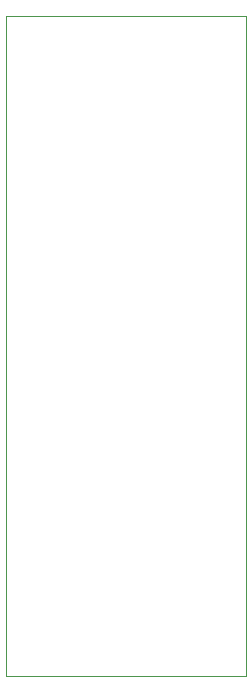
<source format=gbo>
G75*
G70*
%OFA0B0*%
%FSLAX24Y24*%
%IPPOS*%
%LPD*%
%AMOC8*
5,1,8,0,0,1.08239X$1,22.5*
%
%ADD10C,0.0000*%
D10*
X000101Y000101D02*
X000101Y022101D01*
X008101Y022101D01*
X008101Y000101D01*
X000101Y000101D01*
M02*

</source>
